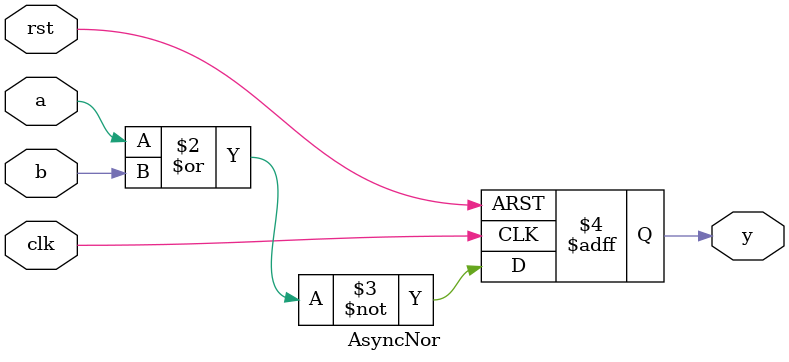
<source format=sv>
module AsyncNor(
    input clk,
    input rst,
    input a,
    input b,
    output reg y
);
    always @(posedge clk, posedge rst) begin
        if (rst) begin
            y <= 1'b0;
        end else begin
            y <= ~(a | b);
        end
    end
endmodule
</source>
